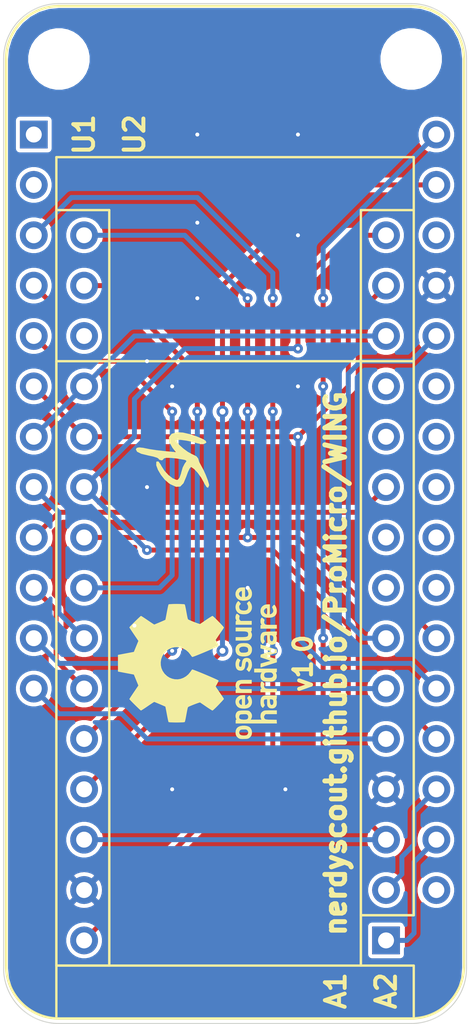
<source format=kicad_pcb>
(kicad_pcb (version 20240108) (generator "pcbnew") (generator_version "8.0")
  (title_block (title "WING") (date "2020-06-01") (rev "v1.0") (company "nerdyscout"))
  (layers (0 "F.Cu" mixed) (31 "B.Cu" mixed) (34 "B.Paste" user) (35 "F.Paste" user) (36 "B.SilkS" user "B.Silkscreen") (37 "F.SilkS" user "F.Silkscreen") (38 "B.Mask" user) (39 "F.Mask" user) (44 "Edge.Cuts" user))
  (net 0 "")
  (net 1 "GND")
  (net 2 "+3V3")
  (net 3 "Reset")
  (net 4 "D9")
  (net 5 "D8")
  (net 6 "A3")
  (net 7 "D7")
  (net 8 "A2")
  (net 9 "D6")
  (net 10 "A1")
  (net 11 "D5")
  (net 12 "A0")
  (net 13 "D4")
  (net 14 "D15")
  (net 15 "D3")
  (net 16 "D14")
  (net 17 "D2")
  (net 18 "D16")
  (net 19 "D10")
  (net 20 "D0")
  (net 21 "D1")
  (net 22 "+5V")
  (net 23 "EN")
  (footprint "Symbol:OSHW-Logo_7.5x8mm_SilkScreen" (layer "F.Cu") (at 56.515 87.63 90)
    (property "Reference" "LOGO1" (hide yes))
    (property "Value" "Logo_Open_Hardware_Small" (hide yes))
  )
  (footprint "WING:Adafruit_Feather_mod2" (layer "F.Cu") (at 48.26 60.96)
    (property "Reference" "U1" (at 2.54 0 -90) (layer "F.SilkS") (effects (font (thickness 0.2))))
    (property "Value" "Adafruit_HUZZAH32_ESP32_Feather" (hide yes))
    (pad "1" thru_hole rect (at 0 0) (size 1.4 1.4) (drill 0.8) (layers "*.Cu" "*.Mask"))
    (pad "2" thru_hole circle (at 0 2.54) (size 1.4 1.4) (drill 0.8) (layers "*.Cu" "*.Mask") (net 23 "EN"))
    (pad "3" thru_hole circle (at 0 5.08) (size 1.4 1.4) (drill 0.8) (layers "*.Cu" "*.Mask") (net 22 "+5V"))
    (pad "4" thru_hole circle (at 0 7.62) (size 1.4 1.4) (drill 0.8) (layers "*.Cu" "*.Mask") (net 6 "A3"))
    (pad "5" thru_hole circle (at 0 10.16) (size 1.4 1.4) (drill 0.8) (layers "*.Cu" "*.Mask") (net 12 "A0"))
    (pad "6" thru_hole circle (at 0 12.7) (size 1.4 1.4) (drill 0.8) (layers "*.Cu" "*.Mask") (net 18 "D16"))
    (pad "7" thru_hole circle (at 0 15.24) (size 1.4 1.4) (drill 0.8) (layers "*.Cu" "*.Mask") (net 19 "D10"))
    (pad "8" thru_hole circle (at 0 17.78) (size 1.4 1.4) (drill 0.8) (layers "*.Cu" "*.Mask") (net 10 "A1"))
    (pad "9" thru_hole circle (at 0 20.32) (size 1.4 1.4) (drill 0.8) (layers "*.Cu" "*.Mask") (net 7 "D7"))
    (pad "10" thru_hole circle (at 0 22.86) (size 1.4 1.4) (drill 0.8) (layers "*.Cu" "*.Mask") (net 8 "A2"))
    (pad "11" thru_hole circle (at 0 25.4) (size 1.4 1.4) (drill 0.8) (layers "*.Cu" "*.Mask") (net 15 "D3"))
    (pad "12" thru_hole circle (at 0 27.94) (size 1.4 1.4) (drill 0.8) (layers "*.Cu" "*.Mask") (net 17 "D2"))
    (pad "13" thru_hole circle (at 20.32 38.1) (size 1.4 1.4) (drill 0.8) (layers "*.Cu" "*.Mask"))
    (pad "14" thru_hole circle (at 20.32 35.56) (size 1.4 1.4) (drill 0.8) (layers "*.Cu" "*.Mask") (net 21 "D1"))
    (pad "15" thru_hole circle (at 20.32 33.02) (size 1.4 1.4) (drill 0.8) (layers "*.Cu" "*.Mask") (net 20 "D0"))
    (pad "16" thru_hole circle (at 20.32 30.48) (size 1.4 1.4) (drill 0.8) (layers "*.Cu" "*.Mask") (net 16 "D14"))
    (pad "17" thru_hole circle (at 20.32 27.94) (size 1.4 1.4) (drill 0.8) (layers "*.Cu" "*.Mask") (net 18 "D16"))
    (pad "18" thru_hole circle (at 20.32 25.4) (size 1.4 1.4) (drill 0.8) (layers "*.Cu" "*.Mask") (net 14 "D15"))
    (pad "19" thru_hole circle (at 20.32 22.86) (size 1.4 1.4) (drill 0.8) (layers "*.Cu" "*.Mask"))
    (pad "20" thru_hole circle (at 20.32 20.32) (size 1.4 1.4) (drill 0.8) (layers "*.Cu" "*.Mask"))
    (pad "21" thru_hole circle (at 20.32 17.78) (size 1.4 1.4) (drill 0.8) (layers "*.Cu" "*.Mask"))
    (pad "22" thru_hole circle (at 20.32 15.24) (size 1.4 1.4) (drill 0.8) (layers "*.Cu" "*.Mask"))
    (pad "23" thru_hole circle (at 20.32 12.7) (size 1.4 1.4) (drill 0.8) (layers "*.Cu" "*.Mask"))
    (pad "25" thru_hole circle (at 20.32 7.62) (size 1.4 1.4) (drill 0.8) (layers "*.Cu" "*.Mask") (net 1 "GND"))
    (pad "26" thru_hole circle (at 20.32 5.08) (size 1.4 1.4) (drill 0.8) (layers "*.Cu" "*.Mask"))
    (pad "27" thru_hole circle (at 20.32 2.54) (size 1.4 1.4) (drill 0.8) (layers "*.Cu" "*.Mask") (net 2 "+3V3"))
  )
  (footprint "Module:Arduino_Nano_mod" (layer "F.Cu") (at 66.04 101.6 180)
    (property "Reference" "A2" (at 0 -2.54 90) (layer "F.SilkS") (effects (font (thickness 0.2))))
    (property "Value" "Arduino_Nano_v3.x")
    (pad "1" thru_hole rect (at 0 0 180) (size 1.4 1.4) (drill 0.8) (layers "*.Cu" "*.Mask"))
    (pad "2" thru_hole circle (at 0 2.54 180) (size 1.4 1.4) (drill 0.8) (layers "*.Cu" "*.Mask"))
    (pad "3" thru_hole circle (at 0 5.08 180) (size 1.4 1.4) (drill 0.8) (layers "*.Cu" "*.Mask") (net 3 "Reset"))
    (pad "4" thru_hole circle (at 0 7.62 180) (size 1.4 1.4) (drill 0.8) (layers "*.Cu" "*.Mask") (net 1 "GND"))
    (pad "5" thru_hole circle (at 0 10.16 180) (size 1.4 1.4) (drill 0.8) (layers "*.Cu" "*.Mask"))
    (pad "6" thru_hole circle (at 0 12.7 180) (size 1.4 1.4) (drill 0.8) (layers "*.Cu" "*.Mask"))
    (pad "7" thru_hole circle (at 0 15.24 180) (size 1.4 1.4) (drill 0.8) (layers "*.Cu" "*.Mask"))
    (pad "8" thru_hole circle (at 0 17.78 180) (size 1.4 1.4) (drill 0.8) (layers "*.Cu" "*.Mask"))
    (pad "9" thru_hole circle (at 0 20.32 180) (size 1.4 1.4) (drill 0.8) (layers "*.Cu" "*.Mask"))
    (pad "10" thru_hole circle (at 0 22.86 180) (size 1.4 1.4) (drill 0.8) (layers "*.Cu" "*.Mask"))
    (pad "11" thru_hole circle (at 0 25.4 180) (size 1.4 1.4) (drill 0.8) (layers "*.Cu" "*.Mask"))
    (pad "12" thru_hole circle (at 0 27.94 180) (size 1.4 1.4) (drill 0.8) (layers "*.Cu" "*.Mask"))
    (pad "13" thru_hole circle (at 0 30.48 180) (size 1.4 1.4) (drill 0.8) (layers "*.Cu" "*.Mask"))
    (pad "14" thru_hole circle (at 0 33.02 180) (size 1.4 1.4) (drill 0.8) (layers "*.Cu" "*.Mask"))
    (pad "15" thru_hole circle (at 0 35.56 180) (size 1.4 1.4) (drill 0.8) (layers "*.Cu" "*.Mask"))
    (pad "16" thru_hole circle (at 15.24 35.56 180) (size 1.4 1.4) (drill 0.8) (layers "*.Cu" "*.Mask"))
    (pad "17" thru_hole circle (at 15.24 33.02 180) (size 1.4 1.4) (drill 0.8) (layers "*.Cu" "*.Mask") (net 2 "+3V3"))
    (pad "18" thru_hole circle (at 15.24 30.48 180) (size 1.4 1.4) (drill 0.8) (layers "*.Cu" "*.Mask"))
    (pad "23" thru_hole circle (at 15.24 17.78 180) (size 1.4 1.4) (drill 0.8) (layers "*.Cu" "*.Mask"))
    (pad "24" thru_hole circle (at 15.24 15.24 180) (size 1.4 1.4) (drill 0.8) (layers "*.Cu" "*.Mask"))
    (pad "25" thru_hole circle (at 15.24 12.7 180) (size 1.4 1.4) (drill 0.8) (layers "*.Cu" "*.Mask"))
    (pad "26" thru_hole circle (at 15.24 10.16 180) (size 1.4 1.4) (drill 0.8) (layers "*.Cu" "*.Mask"))
    (pad "27" thru_hole circle (at 15.24 7.62 180) (size 1.4 1.4) (drill 0.8) (layers "*.Cu" "*.Mask") (net 2 "+3V3"))
    (pad "28" thru_hole circle (at 15.24 5.08 180) (size 1.4 1.4) (drill 0.8) (layers "*.Cu" "*.Mask") (net 3 "Reset"))
    (pad "29" thru_hole circle (at 15.24 2.54 180) (size 1.4 1.4) (drill 0.8) (layers "*.Cu" "*.Mask") (net 1 "GND"))
    (pad "30" thru_hole circle (at 15.24 0 180) (size 1.4 1.4) (drill 0.8) (layers "*.Cu" "*.Mask"))
  )
  (footprint "Module:Sparkfun_Pro_Micro" (layer "F.Cu") (at 66.04 101.6 180)
    (property "Reference" "A1" (at 2.54 -2.54 -90) (layer "F.SilkS") (effects (font (thickness 0.2))))
    (property "Value" "Sparkfun_Pro_Micro_3V3" (hide yes))
    (pad "1" thru_hole rect (at 0 0 180) (size 1.4 1.4) (drill 0.8) (layers "*.Cu" "*.Mask") (net 21 "D1"))
    (pad "2" thru_hole circle (at 0 2.54 180) (size 1.4 1.4) (drill 0.8) (layers "*.Cu" "*.Mask") (net 20 "D0"))
    (pad "3" thru_hole circle (at 0 5.08 180) (size 1.4 1.4) (drill 0.8) (layers "*.Cu" "*.Mask") (net 3 "Reset"))
    (pad "4" thru_hole circle (at 0 7.62 180) (size 1.4 1.4) (drill 0.8) (layers "*.Cu" "*.Mask") (net 1 "GND"))
    (pad "5" thru_hole circle (at 0 10.16 180) (size 1.4 1.4) (drill 0.8) (layers "*.Cu" "*.Mask") (net 17 "D2"))
    (pad "6" thru_hole circle (at 0 12.7 180) (size 1.4 1.4) (drill 0.8) (layers "*.Cu" "*.Mask") (net 15 "D3"))
    (pad "7" thru_hole circle (at 0 15.24 180) (size 1.4 1.4) (drill 0.8) (layers "*.Cu" "*.Mask") (net 13 "D4"))
    (pad "8" thru_hole circle (at 0 17.78 180) (size 1.4 1.4) (drill 0.8) (layers "*.Cu" "*.Mask") (net 11 "D5"))
    (pad "9" thru_hole circle (at 0 20.32 180) (size 1.4 1.4) (drill 0.8) (layers "*.Cu" "*.Mask") (net 9 "D6"))
    (pad "10" thru_hole circle (at 0 22.86 180) (size 1.4 1.4) (drill 0.8) (layers "*.Cu" "*.Mask") (net 7 "D7"))
    (pad "11" thru_hole circle (at 0 25.4 180) (size 1.4 1.4) (drill 0.8) (layers "*.Cu" "*.Mask") (net 5 "D8"))
    (pad "12" thru_hole circle (at 0 27.94 180) (size 1.4 1.4) (drill 0.8) (layers "*.Cu" "*.Mask") (net 4 "D9"))
    (pad "13" thru_hole circle (at 15.24 27.94 180) (size 1.4 1.4) (drill 0.8) (layers "*.Cu" "*.Mask") (net 19 "D10"))
    (pad "14" thru_hole circle (at 15.24 25.4 180) (size 1.4 1.4) (drill 0.8) (layers "*.Cu" "*.Mask") (net 18 "D16"))
    (pad "15" thru_hole circle (at 15.24 22.86 180) (size 1.4 1.4) (drill 0.8) (layers "*.Cu" "*.Mask") (net 16 "D14"))
    (pad "16" thru_hole circle (at 15.24 20.32 180) (size 1.4 1.4) (drill 0.8) (layers "*.Cu" "*.Mask") (net 14 "D15"))
    (pad "17" thru_hole circle (at 15.24 17.78 180) (size 1.4 1.4) (drill 0.8) (layers "*.Cu" "*.Mask") (net 12 "A0"))
    (pad "18" thru_hole circle (at 15.24 15.24 180) (size 1.4 1.4) (drill 0.8) (layers "*.Cu" "*.Mask") (net 10 "A1"))
    (pad "19" thru_hole circle (at 15.24 12.7 180) (size 1.4 1.4) (drill 0.8) (layers "*.Cu" "*.Mask") (net 8 "A2"))
    (pad "20" thru_hole circle (at 15.24 10.16 180) (size 1.4 1.4) (drill 0.8) (layers "*.Cu" "*.Mask") (net 6 "A3"))
    (pad "21" thru_hole circle (at 15.24 7.62 180) (size 1.4 1.4) (drill 0.8) (layers "*.Cu" "*.Mask") (net 2 "+3V3"))
    (pad "22" thru_hole circle (at 15.24 5.08 180) (size 1.4 1.4) (drill 0.8) (layers "*.Cu" "*.Mask") (net 3 "Reset"))
    (pad "23" thru_hole circle (at 15.24 2.54 180) (size 1.4 1.4) (drill 0.8) (layers "*.Cu" "*.Mask") (net 1 "GND"))
    (pad "24" thru_hole circle (at 15.24 0 180) (size 1.4 1.4) (drill 0.8) (layers "*.Cu" "*.Mask") (net 22 "+5V"))
  )
  (footprint "MountingHole:MountingHole_2.7mm" (layer "F.Cu") (at 49.53 57.15)
    (property "Reference" "TP1" (hide yes))
    (property "Value" "TestPoint" (hide yes))
    (pad "" np_thru_hole circle (at 0 0) (size 2.7 2.7) (drill 2.7) (layers "*.Cu" "*.Mask"))
  )
  (footprint "MountingHole:MountingHole_2.7mm" (layer "F.Cu") (at 67.31 57.15)
    (property "Reference" "TP2" (hide yes))
    (property "Value" "TestPoint" (hide yes))
    (pad "" np_thru_hole circle (at 0 0) (size 2.7 2.7) (drill 2.7) (layers "*.Cu" "*.Mask"))
  )
  (footprint "WING:Adafruit_Feather" (layer "F.Cu") (at 48.26 60.96)
    (property "Reference" "U2" (at 5.08 0 -90) (layer "F.SilkS") (effects (font (thickness 0.2))))
    (property "Value" "Adafruit_Feather_HUZZAH_ESP8266" (hide yes))
    (pad "1" thru_hole rect (at 0 0) (size 1.4 1.4) (drill 0.8) (layers "*.Cu" "*.Mask"))
    (pad "2" thru_hole circle (at 0 2.54) (size 1.4 1.4) (drill 0.8) (layers "*.Cu" "*.Mask") (net 23 "EN"))
    (pad "3" thru_hole circle (at 0 5.08) (size 1.4 1.4) (drill 0.8) (layers "*.Cu" "*.Mask") (net 22 "+5V"))
    (pad "7" thru_hole circle (at 0 15.24) (size 1.4 1.4) (drill 0.8) (layers "*.Cu" "*.Mask") (net 19 "D10"))
    (pad "8" thru_hole circle (at 0 17.78) (size 1.4 1.4) (drill 0.8) (layers "*.Cu" "*.Mask") (net 10 "A1"))
    (pad "9" thru_hole circle (at 0 20.32) (size 1.4 1.4) (drill 0.8) (layers "*.Cu" "*.Mask") (net 7 "D7"))
    (pad "10" thru_hole circle (at 0 22.86) (size 1.4 1.4) (drill 0.8) (layers "*.Cu" "*.Mask") (net 8 "A2"))
    (pad "11" thru_hole circle (at 0 25.4) (size 1.4 1.4) (drill 0.8) (layers "*.Cu" "*.Mask") (net 15 "D3"))
    (pad "12" thru_hole circle (at 0 27.94) (size 1.4 1.4) (drill 0.8) (layers "*.Cu" "*.Mask") (net 17 "D2"))
    (pad "13" thru_hole circle (at 20.32 38.1) (size 1.4 1.4) (drill 0.8) (layers "*.Cu" "*.Mask"))
    (pad "14" thru_hole circle (at 20.32 35.56) (size 1.4 1.4) (drill 0.8) (layers "*.Cu" "*.Mask") (net 21 "D1"))
    (pad "15" thru_hole circle (at 20.32 33.02) (size 1.4 1.4) (drill 0.8) (layers "*.Cu" "*.Mask") (net 20 "D0"))
    (pad "16" thru_hole circle (at 20.32 30.48) (size 1.4 1.4) (drill 0.8) (layers "*.Cu" "*.Mask") (net 16 "D14"))
    (pad "17" thru_hole circle (at 20.32 27.94) (size 1.4 1.4) (drill 0.8) (layers "*.Cu" "*.Mask") (net 18 "D16"))
    (pad "18" thru_hole circle (at 20.32 25.4) (size 1.4 1.4) (drill 0.8) (layers "*.Cu" "*.Mask") (net 14 "D15"))
    (pad "19" thru_hole circle (at 20.32 22.86) (size 1.4 1.4) (drill 0.8) (layers "*.Cu" "*.Mask"))
    (pad "20" thru_hole circle (at 20.32 20.32) (size 1.4 1.4) (drill 0.8) (layers "*.Cu" "*.Mask"))
    (pad "21" thru_hole circle (at 20.32 17.78) (size 1.4 1.4) (drill 0.8) (layers "*.Cu" "*.Mask"))
    (pad "22" thru_hole circle (at 20.32 15.24) (size 1.4 1.4) (drill 0.8) (layers "*.Cu" "*.Mask"))
    (pad "23" thru_hole circle (at 20.32 12.7) (size 1.4 1.4) (drill 0.8) (layers "*.Cu" "*.Mask"))
    (pad "24" thru_hole circle (at 20.32 10.16) (size 1.4 1.4) (drill 0.8) (layers "*.Cu" "*.Mask") (net 13 "D4"))
    (pad "25" thru_hole circle (at 20.32 7.62) (size 1.4 1.4) (drill 0.8) (layers "*.Cu" "*.Mask") (net 1 "GND"))
    (pad "26" thru_hole circle (at 20.32 5.08) (size 1.4 1.4) (drill 0.8) (layers "*.Cu" "*.Mask"))
    (pad "27" thru_hole circle (at 20.32 2.54) (size 1.4 1.4) (drill 0.8) (layers "*.Cu" "*.Mask") (net 2 "+3V3"))
    (pad "28" thru_hole circle (at 20.32 0) (size 1.4 1.4) (drill 0.8) (layers "*.Cu" "*.Mask") (net 3 "Reset"))
  )
  (footprint "Symbol:initials" (layer "F.Cu") (at 55.245 77.47 90)
    (property "Reference" "TP3" (hide yes))
    (property "Value" "initials" (hide yes))
  )
  (gr_arc (start 70.104 102.997) (mid 69.285656 104.972656) (end 67.31 105.791) (stroke (width 0.05)) (layer "Edge.Cuts"))
  (gr_arc (start 67.31 54.356) (mid 69.285656 55.174344) (end 70.104 57.15) (stroke (width 0.05)) (layer "Edge.Cuts"))
  (gr_arc (start 46.736 57.15) (mid 47.554344 55.174344) (end 49.53 54.356) (stroke (width 0.05)) (layer "Edge.Cuts"))
  (gr_line (start 49.53 54.356) (end 67.31 54.356) (stroke (width 0.05)) (layer "Edge.Cuts"))
  (gr_arc (start 49.53 105.791) (mid 47.554344 104.972656) (end 46.736 102.997) (stroke (width 0.05)) (layer "Edge.Cuts"))
  (gr_line (start 70.104 57.15) (end 70.104 102.997) (stroke (width 0.05)) (layer "Edge.Cuts"))
  (gr_line (start 46.736 102.997) (end 46.736 57.15) (stroke (width 0.05)) (layer "Edge.Cuts"))
  (gr_line (start 67.31 105.791) (end 49.53 105.791) (stroke (width 0.05)) (layer "Edge.Cuts"))
  (gr_text "v1.0" (at 61.849 87.63 90) (layer "F.SilkS") (effects (font (size 0.9 0.9) (thickness 0.2))))
  (gr_text "nerdyscout.github.io/ProMicro/WING" (at 63.5 87.63 90) (layer "F.SilkS") (effects (font (size 1 1) (thickness 0.25))))
  (via (at 60.96 93.98) (size 0.5) (drill 0.2) (layers "F.Cu" "B.Cu") (net 1))
  (via (at 59.055 83.82) (size 0.5) (drill 0.2) (layers "F.Cu" "B.Cu") (net 1))
  (via (at 61.595 66.04) (size 0.5) (drill 0.2) (layers "F.Cu" "B.Cu") (net 1))
  (via (at 61.595 60.96) (size 0.5) (drill 0.2) (layers "F.Cu" "B.Cu") (net 1))
  (via (at 61.595 73.66) (size 0.5) (drill 0.2) (layers "F.Cu" "B.Cu") (net 1))
  (via (at 55.245 73.66) (size 0.5) (drill 0.2) (layers "F.Cu" "B.Cu") (net 1))
  (via (at 55.245 93.98) (size 0.5) (drill 0.2) (layers "F.Cu" "B.Cu") (net 1))
  (via (at 53.975 78.74) (size 0.5) (drill 0.2) (layers "F.Cu" "B.Cu") (net 1))
  (via (at 53.34 85.725) (size 0.5) (drill 0.2) (layers "F.Cu" "B.Cu") (net 1))
  (via (at 56.515 65.405) (size 0.5) (drill 0.2) (layers "F.Cu" "B.Cu") (net 1))
  (via (at 56.515 69.215) (size 0.5) (drill 0.2) (layers "F.Cu" "B.Cu") (net 1))
  (via (at 56.515 60.96) (size 0.5) (drill 0.2) (layers "F.Cu" "B.Cu") (net 1))
  (via (at 53.975 72.39) (size 0.5) (drill 0.2) (layers "F.Cu" "B.Cu") (net 1))
  (segment (start 57.785 68.58) (end 62.865 63.5) (width 0.25) (layer "F.Cu") (net 2))
  (segment (start 57.785 74.93) (end 57.785 68.58) (width 0.25) (layer "F.Cu") (net 2))
  (segment (start 62.865 63.5) (end 67.44863 63.5) (width 0.25) (layer "F.Cu") (net 2))
  (segment (start 50.8 68.58) (end 57.785 68.58) (width 0.25) (layer "F.Cu") (net 2))
  (segment (start 57.784992 86.995008) (end 57.785 86.995008) (width 0.25) (layer "F.Cu") (net 2))
  (segment (start 50.8 93.98) (end 57.784992 86.995008) (width 0.25) (layer "F.Cu") (net 2))
  (segment (start 67.44863 63.5) (end 68.58 63.5) (width 0.25) (layer "F.Cu") (net 2))
  (via (at 57.785 74.93) (size 0.6) (drill 0.3) (layers "F.Cu" "B.Cu") (net 2))
  (via (at 57.785 86.995008) (size 0.6) (drill 0.3) (layers "F.Cu" "B.Cu") (net 2))
  (segment (start 57.785 74.93) (end 57.785 86.995008) (width 0.25) (layer "B.Cu") (net 2))
  (segment (start 62.865 93.345) (end 66.04 96.52) (width 0.25) (layer "F.Cu") (net 3))
  (segment (start 62.865 69.215) (end 62.865 73.66) (width 0.25) (layer "F.Cu") (net 3))
  (segment (start 62.865 86.36) (end 62.865 93.345) (width 0.25) (layer "F.Cu") (net 3))
  (via (at 62.865 73.66) (size 0.5) (drill 0.2) (layers "F.Cu" "B.Cu") (net 3))
  (via (at 62.865 86.36) (size 0.5) (drill 0.2) (layers "F.Cu" "B.Cu") (net 3))
  (via (at 62.865 69.215) (size 0.5) (drill 0.2) (layers "F.Cu" "B.Cu") (net 3))
  (segment (start 62.865 73.66) (end 62.865 86.36) (width 0.25) (layer "B.Cu") (net 3))
  (segment (start 50.8 96.52) (end 66.04 96.52) (width 0.25) (layer "B.Cu") (net 3))
  (segment (start 62.865 66.675) (end 62.865 69.215) (width 0.25) (layer "B.Cu") (net 3))
  (segment (start 68.58 60.96) (end 62.865 66.675) (width 0.25) (layer "B.Cu") (net 3))
  (segment (start 50.8 91.44) (end 55.244988 86.995012) (width 0.25) (layer "F.Cu") (net 6))
  (segment (start 49.059999 69.379999) (end 48.26 68.58) (width 0.25) (layer "F.Cu") (net 6))
  (segment (start 55.244988 86.995012) (end 55.244988 86.995) (width 0.25) (layer "F.Cu") (net 6))
  (segment (start 53.34 69.85) (end 49.53 69.85) (width 0.25) (layer "F.Cu") (net 6))
  (segment (start 56.515 73.025) (end 53.34 69.85) (width 0.25) (layer "F.Cu") (net 6))
  (segment (start 49.53 69.85) (end 49.059999 69.379999) (width 0.25) (layer "F.Cu") (net 6))
  (segment (start 56.515 74.93) (end 56.515 73.025) (width 0.25) (layer "F.Cu") (net 6))
  (via (at 56.515 74.93) (size 0.5) (drill 0.2) (layers "F.Cu" "B.Cu") (net 6))
  (via (at 55.244988 86.995) (size 0.5) (drill 0.2) (layers "F.Cu" "B.Cu") (net 6))
  (segment (start 56.515 74.93) (end 56.515 85.724988) (width 0.25) (layer "B.Cu") (net 6))
  (segment (start 56.515 85.724988) (end 55.244988 86.995) (width 0.25) (layer "B.Cu") (net 6))
  (segment (start 64.77 80.01) (end 65.240001 79.539999) (width 0.25) (layer "F.Cu") (net 7))
  (segment (start 49.53 80.01) (end 64.77 80.01) (width 0.25) (layer "F.Cu") (net 7))
  (segment (start 65.240001 79.539999) (end 66.04 78.74) (width 0.25) (layer "F.Cu") (net 7))
  (segment (start 48.26 81.28) (end 49.53 80.01) (width 0.25) (layer "F.Cu") (net 7))
  (segment (start 48.26 83.82) (end 49.385001 84.945001) (width 0.25) (layer "F.Cu") (net 8))
  (segment (start 49.385001 87.485001) (end 50.000001 88.100001) (width 0.25) (layer "F.Cu") (net 8))
  (segment (start 49.385001 84.945001) (end 49.385001 87.485001) (width 0.25) (layer "F.Cu") (net 8))
  (segment (start 50.000001 88.100001) (end 50.8 88.9) (width 0.25) (layer "F.Cu") (net 8))
  (segment (start 49.53 85.09) (end 49.53 80.01) (width 0.25) (layer "B.Cu") (net 10))
  (segment (start 49.53 80.01) (end 49.059999 79.539999) (width 0.25) (layer "B.Cu") (net 10))
  (segment (start 49.059999 79.539999) (end 48.26 78.74) (width 0.25) (layer "B.Cu") (net 10))
  (segment (start 50.8 86.36) (end 49.53 85.09) (width 0.25) (layer "B.Cu") (net 10))
  (segment (start 55.245 74.93) (end 52.705 72.39) (width 0.25) (layer "F.Cu") (net 12))
  (segment (start 49.53 72.39) (end 49.059999 71.919999) (width 0.25) (layer "F.Cu") (net 12))
  (segment (start 49.059999 71.919999) (end 48.26 71.12) (width 0.25) (layer "F.Cu") (net 12))
  (segment (start 52.705 72.39) (end 49.53 72.39) (width 0.25) (layer "F.Cu") (net 12))
  (via (at 55.245 74.93) (size 0.5) (drill 0.2) (layers "F.Cu" "B.Cu") (net 12))
  (segment (start 55.245 83.185) (end 55.245 74.93) (width 0.25) (layer "B.Cu") (net 12))
  (segment (start 54.61 83.82) (end 55.245 83.185) (width 0.25) (layer "B.Cu") (net 12))
  (segment (start 50.8 83.82) (end 54.61 83.82) (width 0.25) (layer "B.Cu") (net 12))
  (segment (start 64.135 73.025) (end 64.77 72.39) (width 0.25) (layer "B.Cu") (net 13))
  (segment (start 64.90863 86.36) (end 64.135 85.58637) (width 0.25) (layer "B.Cu") (net 13))
  (segment (start 64.77 72.39) (end 67.31 72.39) (width 0.25) (layer "B.Cu") (net 13))
  (segment (start 64.135 85.58637) (end 64.135 73.025) (width 0.25) (layer "B.Cu") (net 13))
  (segment (start 66.04 86.36) (end 64.90863 86.36) (width 0.25) (layer "B.Cu") (net 13))
  (segment (start 67.780001 71.919999) (end 68.58 71.12) (width 0.25) (layer "B.Cu") (net 13))
  (segment (start 67.31 72.39) (end 67.780001 71.919999) (width 0.25) (layer "B.Cu") (net 13))
  (segment (start 65.405 85.09) (end 67.31 85.09) (width 0.25) (layer "F.Cu") (net 14))
  (segment (start 67.780001 85.560001) (end 68.58 86.36) (width 0.25) (layer "F.Cu") (net 14))
  (segment (start 59.055 69.215) (end 59.055 74.93) (width 0.25) (layer "F.Cu") (net 14))
  (segment (start 50.8 81.28) (end 61.595 81.28) (width 0.25) (layer "F.Cu") (net 14))
  (segment (start 61.595 81.28) (end 65.405 85.09) (width 0.25) (layer "F.Cu") (net 14))
  (segment (start 67.31 85.09) (end 67.780001 85.560001) (width 0.25) (layer "F.Cu") (net 14))
  (via (at 59.055 74.93) (size 0.5) (drill 0.2) (layers "F.Cu" "B.Cu") (net 14))
  (via (at 59.055 69.215) (size 0.5) (drill 0.2) (layers "F.Cu" "B.Cu") (net 14))
  (via (at 59.055 81.28) (size 0.5) (drill 0.2) (layers "F.Cu" "B.Cu") (net 14))
  (segment (start 50.8 66.04) (end 55.88 66.04) (width 0.25) (layer "B.Cu") (net 14))
  (segment (start 55.88 66.04) (end 59.055 69.215) (width 0.25) (layer "B.Cu") (net 14))
  (segment (start 59.055 74.93) (end 59.055 81.28) (width 0.25) (layer "B.Cu") (net 14))
  (segment (start 53.34 87.63) (end 49.53 87.63) (width 0.25) (layer "B.Cu") (net 15))
  (segment (start 54.61 88.9) (end 53.34 87.63) (width 0.25) (layer "B.Cu") (net 15))
  (segment (start 49.53 87.63) (end 48.26 86.36) (width 0.25) (layer "B.Cu") (net 15))
  (segment (start 66.04 88.9) (end 54.61 88.9) (width 0.25) (layer "B.Cu") (net 15))
  (segment (start 66.04 66.04) (end 64.135 66.04) (width 0.25) (layer "F.Cu") (net 16))
  (segment (start 64.77 90.17) (end 64.135 89.535) (width 0.25) (layer "F.Cu") (net 16))
  (segment (start 60.325 81.915) (end 53.975012 81.915) (width 0.25) (layer "F.Cu") (net 16))
  (segment (start 68.58 91.44) (end 67.31 90.17) (width 0.25) (layer "F.Cu") (net 16))
  (segment (start 61.595 68.58) (end 61.595 71.755) (width 0.25) (layer "F.Cu") (net 16))
  (segment (start 64.135 66.04) (end 61.595 68.58) (width 0.25) (layer "F.Cu") (net 16))
  (segment (start 64.135 89.535) (end 64.135 85.725) (width 0.25) (layer "F.Cu") (net 16))
  (segment (start 67.31 90.17) (end 64.77 90.17) (width 0.25) (layer "F.Cu") (net 16))
  (segment (start 64.135 85.725) (end 60.325 81.915) (width 0.25) (layer "F.Cu") (net 16))
  (via (at 61.595 71.755) (size 0.5) (drill 0.2) (layers "F.Cu" "B.Cu") (net 16))
  (via (at 53.975012 81.915) (size 0.5) (drill 0.2) (layers "F.Cu" "B.Cu") (net 16))
  (segment (start 53.975 81.915) (end 53.975012 81.915) (width 0.25) (layer "B.Cu") (net 16))
  (segment (start 61.241447 71.755) (end 61.595 71.755) (width 0.25) (layer "B.Cu") (net 16))
  (segment (start 50.8 78.74) (end 53.975 81.915) (width 0.25) (layer "B.Cu") (net 16))
  (segment (start 53.34 74.295) (end 55.88 71.755) (width 0.25) (layer "B.Cu") (net 16))
  (segment (start 55.88 71.755) (end 61.241447 71.755) (width 0.25) (layer "B.Cu") (net 16))
  (segment (start 53.34 76.2) (end 53.34 74.295) (width 0.25) (layer "B.Cu") (net 16))
  (segment (start 50.8 78.74) (end 53.34 76.2) (width 0.25) (layer "B.Cu") (net 16))
  (segment (start 66.04 91.44) (end 53.975 91.44) (width 0.25) (layer "B.Cu") (net 17))
  (segment (start 49.53 90.17) (end 48.26 88.9) (width 0.25) (layer "B.Cu") (net 17))
  (segment (start 52.705 90.17) (end 49.53 90.17) (width 0.25) (layer "B.Cu") (net 17))
  (segment (start 53.975 91.44) (end 52.705 90.17) (width 0.25) (layer "B.Cu") (net 17))
  (segment (start 61.844999 75.949999) (end 61.595 76.199998) (width 0.25) (layer "F.Cu") (net 18))
  (segment (start 66.04 68.58) (end 64.135 70.485) (width 0.25) (layer "F.Cu") (net 18))
  (segment (start 61.594998 76.2) (end 61.595 76.199998) (width 0.25) (layer "F.Cu") (net 18))
  (segment (start 64.135 73.659998) (end 61.844999 75.949999) (width 0.25) (layer "F.Cu") (net 18))
  (segment (start 60.96 76.2) (end 61.594998 76.2) (width 0.25) (layer "F.Cu") (net 18))
  (segment (start 50.8 76.2) (end 60.96 76.2) (width 0.25) (layer "F.Cu") (net 18))
  (segment (start 64.135 70.485) (end 64.135 73.659998) (width 0.25) (layer "F.Cu") (net 18))
  (segment (start 50.8 76.2) (end 48.26 73.66) (width 0.25) (layer "F.Cu") (net 18))
  (via (at 61.595 76.199998) (size 0.5) (drill 0.2) (layers "F.Cu" "B.Cu") (net 18))
  (segment (start 67.31 87.63) (end 62.865 87.63) (width 0.25) (layer "B.Cu") (net 18))
  (segment (start 61.595 86.36) (end 61.595 76.553551) (width 0.25) (layer "B.Cu") (net 18))
  (segment (start 68.58 88.9) (end 67.31 87.63) (width 0.25) (layer "B.Cu") (net 18))
  (segment (start 62.865 87.63) (end 61.595 86.36) (width 0.25) (layer "B.Cu") (net 18))
  (segment (start 61.595 76.553551) (end 61.595 76.199998) (width 0.25) (layer "B.Cu") (net 18))
  (segment (start 48.26 76.2) (end 50.8 73.66) (width 0.25) (layer "B.Cu") (net 19))
  (segment (start 53.34 71.12) (end 66.04 71.12) (width 0.25) (layer "B.Cu") (net 19))
  (segment (start 50.8 73.66) (end 53.34 71.12) (width 0.25) (layer "B.Cu") (net 19))
  (segment (start 66.839999 98.260001) (end 66.839999 97.385003) (width 0.25) (layer "B.Cu") (net 20))
  (segment (start 66.839999 97.385003) (end 67.454999 96.770003) (width 0.25) (layer "B.Cu") (net 20))
  (segment (start 67.454999 96.770003) (end 67.454999 95.105001) (width 0.25) (layer "B.Cu") (net 20))
  (segment (start 66.04 99.06) (end 66.839999 98.260001) (width 0.25) (layer "B.Cu") (net 20))
  (segment (start 67.454999 95.105001) (end 67.780001 94.779999) (width 0.25) (layer "B.Cu") (net 20))
  (segment (start 67.780001 94.779999) (end 68.58 93.98) (width 0.25) (layer "B.Cu") (net 20))
  (segment (start 67.454999 101.235001) (end 67.09 101.6) (width 0.25) (layer "B.Cu") (net 21))
  (segment (start 67.09 101.6) (end 66.04 101.6) (width 0.25) (layer "B.Cu") (net 21))
  (segment (start 68.58 96.52) (end 67.454999 97.645001) (width 0.25) (layer "B.Cu") (net 21))
  (segment (start 67.454999 97.645001) (end 67.454999 101.235001) (width 0.25) (layer "B.Cu") (net 21))
  (segment (start 50.8 101.6) (end 60.325 92.075) (width 0.25) (layer "F.Cu") (net 22))
  (segment (start 60.325 92.075) (end 60.325 86.995) (width 0.25) (layer "F.Cu") (net 22))
  (segment (start 60.325 69.215) (end 60.325 74.93) (width 0.25) (layer "F.Cu") (net 22))
  (via (at 60.325 74.93) (size 0.5) (drill 0.2) (layers "F.Cu" "B.Cu") (net 22))
  (via (at 60.325 86.995) (size 0.5) (drill 0.2) (layers "F.Cu" "B.Cu") (net 22))
  (via (at 60.325 69.215) (size 0.5) (drill 0.2) (layers "F.Cu" "B.Cu") (net 22))
  (segment (start 56.515 64.135) (end 60.325 67.945) (width 0.25) (layer "B.Cu") (net 22))
  (segment (start 50.165 64.135) (end 56.515 64.135) (width 0.25) (layer "B.Cu") (net 22))
  (segment (start 60.325 74.93) (end 60.325 86.995) (width 0.25) (layer "B.Cu") (net 22))
  (segment (start 48.26 66.04) (end 50.165 64.135) (width 0.25) (layer "B.Cu") (net 22))
  (segment (start 60.325 67.945) (end 60.325 69.215) (width 0.25) (layer "B.Cu") (net 22))
  (zone (net 1) (net_name "GND") (layer "F.Cu") (connect_pads (clearance 0.25)) (min_thickness 0.25) (fill yes (thermal_gap 0.2) (thermal_bridge_width 0.3))
    (polygon (pts (xy 70.104 105.791) (xy 46.736 105.791) (xy 46.736 54.356) (xy 70.104 54.356)))
  )
  (zone (net 1) (net_name "GND") (layer "B.Cu") (connect_pads (clearance 0.2)) (min_thickness 0.2) (fill yes (thermal_gap 0.2) (thermal_bridge_width 0.3))
    (polygon (pts (xy 70.104 105.791) (xy 46.736 105.791) (xy 46.736 54.356) (xy 70.104 54.356)))
  )
)
</source>
